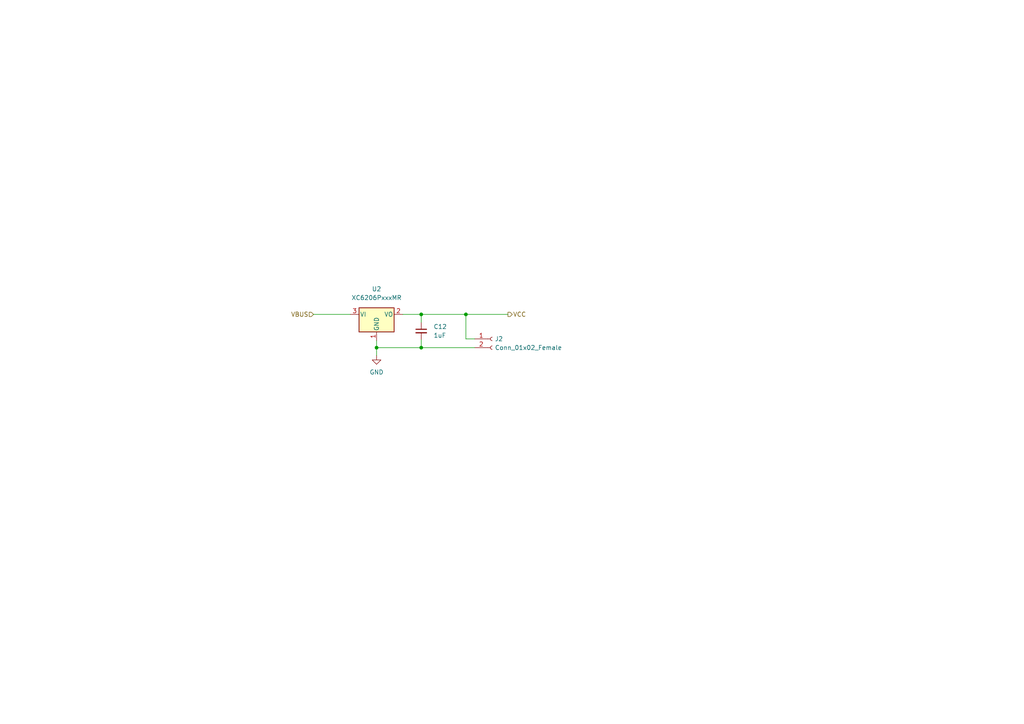
<source format=kicad_sch>
(kicad_sch (version 20211123) (generator eeschema)
  (paper "A4")
  (lib_symbols
    (symbol "Connector:Conn_01x02_Female" (pin_names (offset 1.016) hide)
      (property "Reference" "J" (at 0 2.54 0))
      (property "Value" "Conn_01x02_Female" (at 0 -5.08 0))
      (symbol "Conn_01x02_Female_1_1"
        (arc (start 0 -2.032) (mid -0.508 -2.54) (end 0 -3.048) (stroke (width 0.1524)))
        (polyline (pts (xy -1.27 -2.54) (xy -0.508 -2.54)) (stroke (width 0.1524)))
        (polyline (pts (xy -1.27 0) (xy -0.508 0)) (stroke (width 0.1524)))
        (arc (start 0 0.508) (mid -0.508 0) (end 0 -0.508) (stroke (width 0.1524)))
        (pin passive line (at -5.08 0 0) (length 3.81) (name "Pin_1") (number "1"))
        (pin passive line (at -5.08 -2.54 0) (length 3.81) (name "Pin_2") (number "2"))
      )
    )
    (symbol "Device:C_Small" (pin_numbers hide) (pin_names (offset 0.254) hide)
      (property "Reference" "C" (at 0.254 1.778 0))
      (property "Value" "C_Small" (at 0.254 -2.032 0))
      (symbol "C_Small_0_1"
        (polyline (pts (xy -1.524 -0.508) (xy 1.524 -0.508)) (stroke (width 0.3302)))
        (polyline (pts (xy -1.524 0.508) (xy 1.524 0.508)) (stroke (width 0.3048)))
      )
      (symbol "C_Small_1_1"
        (pin passive line (at 0 2.54 270) (length 2.032) (name "~") (number "1"))
        (pin passive line (at 0 -2.54 90) (length 2.032) (name "~") (number "2"))
      )
    )
    (symbol "Regulator_Linear:XC6206PxxxMR" (pin_names (offset 0.254))
      (property "Reference" "U" (at -3.81 3.175 0))
      (property "Value" "XC6206PxxxMR" (at 0 3.175 0))
      (symbol "XC6206PxxxMR_0_1"
        (rectangle (start -5.08 1.905) (end 5.08 -5.08) (stroke (width 0.254)) (fill (type background)))
      )
      (symbol "XC6206PxxxMR_1_1"
        (pin power_in line (at 0 -7.62 90) (length 2.54) (name "GND") (number "1"))
        (pin power_out line (at 7.62 0 180) (length 2.54) (name "VO") (number "2"))
        (pin power_in line (at -7.62 0 0) (length 2.54) (name "VI") (number "3"))
      )
    )
    (symbol "power:GND" (power) (pin_names (offset 0))
      (property "Value" "GND" (at 0 -3.81 0))
      (symbol "GND_0_1"
        (polyline (pts (xy 0 0) (xy 0 -1.27) (xy 1.27 -1.27) (xy 0 -2.54) (xy -1.27 -1.27) (xy 0 -1.27)))
      )
      (symbol "GND_1_1"
        (pin power_in line (at 0 0 270) (length 0) hide (name "GND") (number "1"))
      )
    )
  )
  (junction (at 122.174 100.838))
  (junction (at 122.174 91.186))
  (junction (at 109.22 100.838))
  (junction (at 135.128 91.186))
  (wire (pts (xy 122.174 100.838) (xy 109.22 100.838)))
  (wire (pts (xy 135.128 91.186) (xy 135.128 98.298)))
  (wire (pts (xy 109.22 100.838) (xy 109.22 103.124)))
  (wire (pts (xy 135.128 91.186) (xy 147.32 91.186)))
  (wire (pts (xy 122.174 100.838) (xy 137.668 100.838)))
  (wire (pts (xy 122.174 98.552) (xy 122.174 100.838)))
  (wire (pts (xy 109.22 98.806) (xy 109.22 100.838)))
  (wire (pts (xy 90.932 91.186) (xy 101.6 91.186)))
  (wire (pts (xy 116.84 91.186) (xy 122.174 91.186)))
  (wire (pts (xy 122.174 91.186) (xy 135.128 91.186)))
  (wire (pts (xy 137.668 98.298) (xy 135.128 98.298)))
  (wire (pts (xy 122.174 91.186) (xy 122.174 93.472)))
  (hierarchical_label "VCC" (shape output) (at 147.32 91.186 0))
  (hierarchical_label "VBUS" (shape input) (at 90.932 91.186 180))
  (symbol (lib_id "Connector:Conn_01x02_Female") (at 142.748 98.298 0) (unit 1)
    (property "Reference" "J2" (at 143.51 98.2979 0) (effects (justify left)))
    (property "Value" "Conn_01x02_Female" (at 143.51 100.8379 0) (effects (justify left)))
    (property "Footprint" "Connector_PinHeader_2.54mm:PinHeader_1x02_P2.54mm_Vertical" (effects hide))
  )
  (symbol (lib_id "power:GND") (at 109.22 103.124 0) (unit 1)
    (property "Reference" "#PWR0115" (effects hide))
    (property "Value" "GND" (at 109.22 107.95 0))
  )
  (symbol (lib_id "Regulator_Linear:XC6206PxxxMR") (at 109.22 91.186 0) (unit 1)
    (property "Reference" "U2" (at 109.22 83.82 0))
    (property "Value" "XC6206PxxxMR" (at 109.22 86.36 0))
    (property "Footprint" "Package_TO_SOT_SMD:SOT-23" (effects hide))
    (property "Datasheet" "https://www.torexsemi.com/file/xc6206/XC6206.pdf" (effects hide))
  )
  (symbol (lib_id "Device:C_Small") (at 122.174 96.012 0) (unit 1)
    (property "Reference" "C12" (at 125.73 94.7482 0) (effects (justify left)))
    (property "Value" "1uF" (at 125.73 97.2882 0) (effects (justify left)))
    (property "Footprint" "Capacitor_SMD:C_0603_1608Metric" (effects hide))
  )
)
</source>
